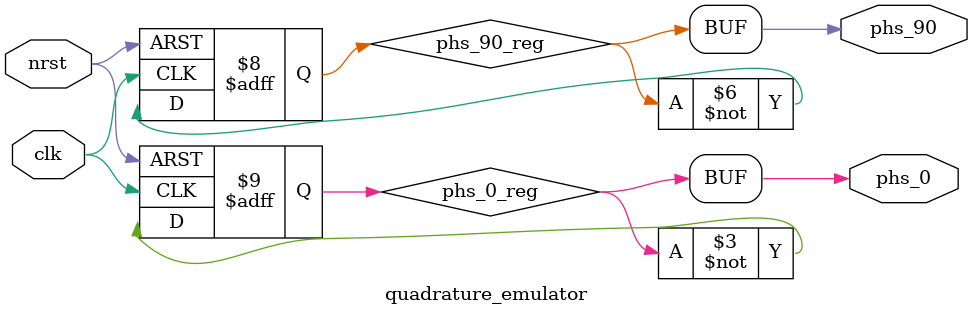
<source format=v>

module quadrature_emulator
(
    input wire clk, 
    input wire nrst, 
    output wire phs_0, 
    output wire phs_90
);

    // Internal Circuitry

    reg phs_0_reg;                          // register for 0 degree phase
    reg phs_90_reg;                         // register for 90 degree phase

    wire inv_clk;                           // inverted clock for 90 degree phase

    // Register for 0 Degree Phase Signal
    always @ (posedge clk, negedge nrst)
    begin
        if (~nrst)
            phs_0_reg <= 1'b0;
        else
            phs_0_reg <= ~phs_0_reg;
    end

    // Register for 90 Degree Phase Signal
    always @ (posedge inv_clk, negedge nrst)
    begin
        if (~nrst)
            phs_90_reg <= 1'b0;
        else
            phs_90_reg <= ~phs_90_reg;
    end

    // Invert the incoming clock for 90 degree phase shift
    assign inv_clk = ~clk;

    // Assign Outputs
    assign phs_0 = phs_0_reg;
    assign phs_90 = phs_90_reg;

endmodule


</source>
